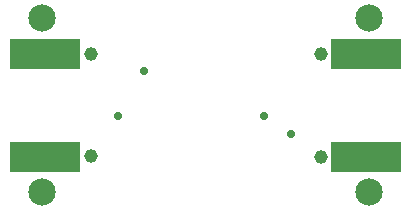
<source format=gbs>
G04*
G04 #@! TF.GenerationSoftware,Altium Limited,CircuitMaker,2.2.1 (2.2.1.6)*
G04*
G04 Layer_Color=8150272*
%FSLAX24Y24*%
%MOIN*%
G70*
G04*
G04 #@! TF.SameCoordinates,C416919A-7BC1-40E4-93D4-03DBD26D3EB5*
G04*
G04*
G04 #@! TF.FilePolarity,Negative*
G04*
G01*
G75*
%ADD16R,0.2379X0.1031*%
%ADD18C,0.0907*%
%ADD19C,0.0462*%
%ADD20C,0.0280*%
D16*
X1260Y577D02*
D03*
Y4022D02*
D03*
X11940Y575D02*
D03*
Y4020D02*
D03*
D18*
X12050Y-600D02*
D03*
Y5200D02*
D03*
X1150Y-600D02*
D03*
Y5200D02*
D03*
D19*
X2764Y597D02*
D03*
X2764Y4022D02*
D03*
X10436Y575D02*
D03*
X10436Y4000D02*
D03*
D20*
X9450Y1355D02*
D03*
X8560Y1940D02*
D03*
X3672Y1941D02*
D03*
X4550Y3445D02*
D03*
M02*

</source>
